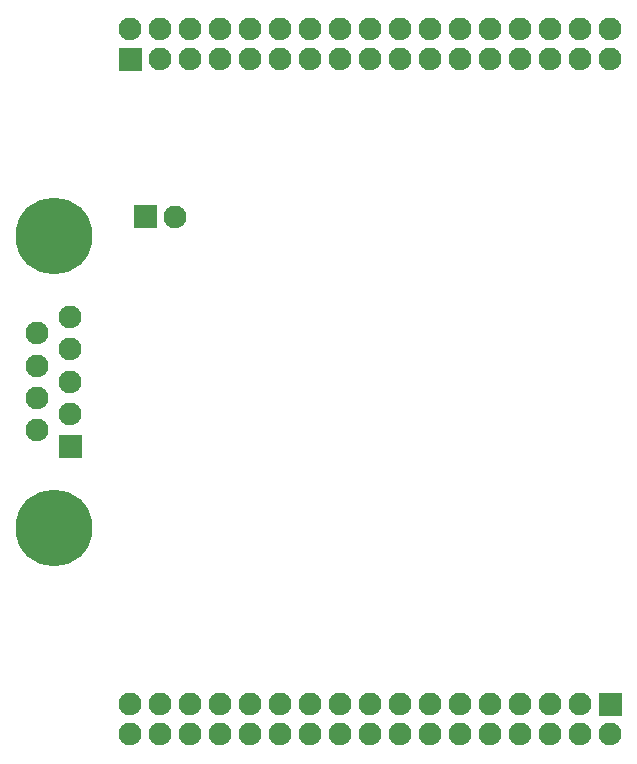
<source format=gbr>
G04 start of page 6 for group -4063 idx -4063 *
G04 Title: (unknown), componentmask *
G04 Creator: pcb 20140316 *
G04 CreationDate: Fri 02 Jun 2017 06:05:26 PM GMT UTC *
G04 For: thomasc *
G04 Format: Gerber/RS-274X *
G04 PCB-Dimensions (mil): 2500.00 2750.00 *
G04 PCB-Coordinate-Origin: lower left *
%MOIN*%
%FSLAX25Y25*%
%LNTOPMASK*%
%ADD42C,0.2560*%
%ADD41C,0.0001*%
%ADD40C,0.0760*%
G54D40*X95000Y255000D03*
X105000D03*
X115000D03*
X95000Y245000D03*
X105000D03*
X115000D03*
X125000D03*
X135000D03*
X145000D03*
X125000Y255000D03*
X135000D03*
X145000D03*
X155000D03*
Y245000D03*
X165000Y255000D03*
X175000D03*
X185000D03*
X195000D03*
X205000D03*
X165000Y245000D03*
X175000D03*
X185000D03*
X195000D03*
X205000D03*
X65000Y255000D03*
Y245000D03*
X75000Y255000D03*
Y245000D03*
X45000Y255000D03*
G54D41*G36*
X41200Y248800D02*Y241200D01*
X48800D01*
Y248800D01*
X41200D01*
G37*
G54D40*X55000Y255000D03*
Y245000D03*
X85000Y255000D03*
Y245000D03*
G54D41*G36*
X46200Y196300D02*Y188700D01*
X53800D01*
Y196300D01*
X46200D01*
G37*
G54D40*X60000Y192500D03*
X205000Y20000D03*
G54D41*G36*
X201200Y33800D02*Y26200D01*
X208800D01*
Y33800D01*
X201200D01*
G37*
G54D40*X195000Y20000D03*
Y30000D03*
X185000Y20000D03*
Y30000D03*
X175000D03*
X165000D03*
X175000Y20000D03*
X165000D03*
X155000D03*
X145000D03*
X135000D03*
X125000D03*
X155000Y30000D03*
X145000D03*
X135000D03*
X125000D03*
X115000Y20000D03*
Y30000D03*
X105000D03*
X95000D03*
X105000Y20000D03*
X95000D03*
X85000D03*
X75000D03*
X65000D03*
X55000D03*
X85000Y30000D03*
X75000D03*
X65000D03*
X55000D03*
X45000Y20000D03*
Y30000D03*
G54D41*G36*
X21200Y119700D02*Y112100D01*
X28800D01*
Y119700D01*
X21200D01*
G37*
G54D40*X25000Y126700D03*
X13800Y121300D03*
Y132100D03*
X25000Y137500D03*
Y148300D03*
Y159100D03*
X13800Y142900D03*
Y153700D03*
G54D42*X19400Y186100D03*
Y88900D03*
M02*

</source>
